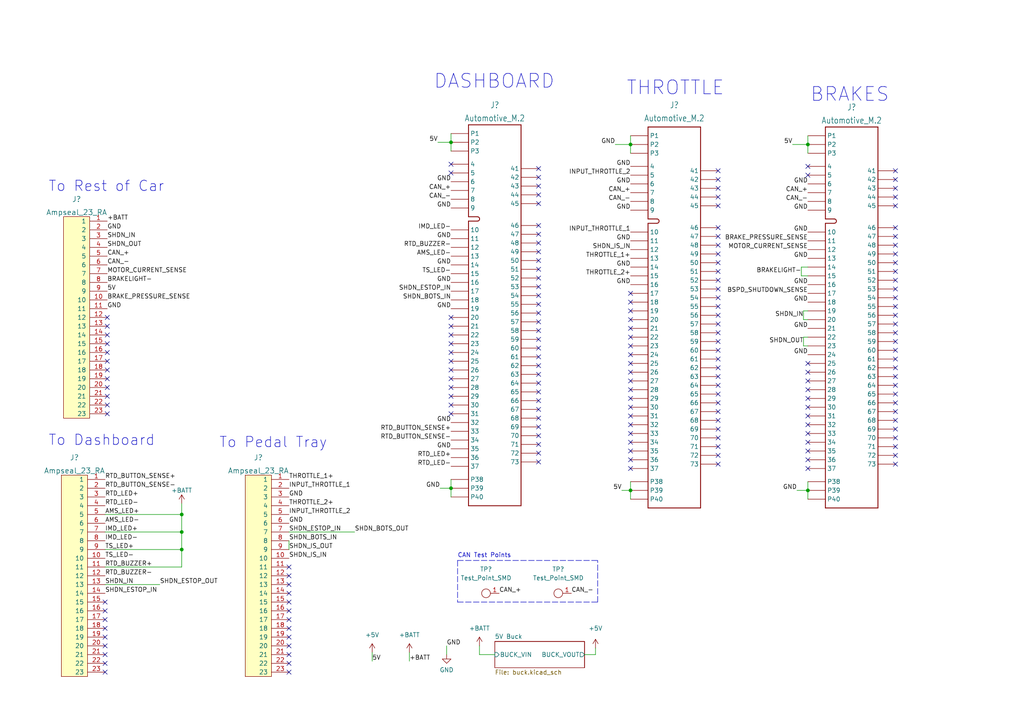
<source format=kicad_sch>
(kicad_sch (version 20211123) (generator eeschema)
  (paper "A4")
  (lib_symbols
    (symbol "formula:Ampseal_23_RA" (pin_names (offset 1.016))
      (property "Reference" "J" (at -6.35 30.48 0))
      (property "Value" "Ampseal_23_RA" (at -7.62 -30.48 0))
      (symbol "Ampseal_23_RA_0_1"
        (rectangle (start 0 29.21) (end -7.62 -29.21) (fill (type background)))
      )
      (symbol "Ampseal_23_RA_1_1"
        (pin passive line (at 5.08 27.94 180) (length 5.08) (name "1") (number "1"))
        (pin passive line (at 5.08 5.08 180) (length 5.08) (name "10") (number "10"))
        (pin passive line (at 5.08 2.54 180) (length 5.08) (name "11") (number "11"))
        (pin passive line (at 5.08 0 180) (length 5.08) (name "12") (number "12"))
        (pin passive line (at 5.08 -2.54 180) (length 5.08) (name "13") (number "13"))
        (pin passive line (at 5.08 -5.08 180) (length 5.08) (name "14") (number "14"))
        (pin passive line (at 5.08 -7.62 180) (length 5.08) (name "15") (number "15"))
        (pin passive line (at 5.08 -10.16 180) (length 5.08) (name "16") (number "16"))
        (pin passive line (at 5.08 -12.7 180) (length 5.08) (name "17") (number "17"))
        (pin passive line (at 5.08 -15.24 180) (length 5.08) (name "18") (number "18"))
        (pin passive line (at 5.08 -17.78 180) (length 5.08) (name "19") (number "19"))
        (pin passive line (at 5.08 25.4 180) (length 5.08) (name "2") (number "2"))
        (pin passive line (at 5.08 -20.32 180) (length 5.08) (name "20") (number "20"))
        (pin passive line (at 5.08 -22.86 180) (length 5.08) (name "21") (number "21"))
        (pin passive line (at 5.08 -25.4 180) (length 5.08) (name "22") (number "22"))
        (pin passive line (at 5.08 -27.94 180) (length 5.08) (name "23") (number "23"))
        (pin passive line (at 5.08 22.86 180) (length 5.08) (name "3") (number "3"))
        (pin passive line (at 5.08 20.32 180) (length 5.08) (name "4") (number "4"))
        (pin passive line (at 5.08 17.78 180) (length 5.08) (name "5") (number "5"))
        (pin passive line (at 5.08 15.24 180) (length 5.08) (name "6") (number "6"))
        (pin passive line (at 5.08 12.7 180) (length 5.08) (name "7") (number "7"))
        (pin passive line (at 5.08 10.16 180) (length 5.08) (name "8") (number "8"))
        (pin passive line (at 5.08 7.62 180) (length 5.08) (name "9") (number "9"))
      )
    )
    (symbol "formula:Automotive_M.2"
      (property "Reference" "J?" (at 1.27 49.53 0))
      (property "Value" "Automotive_M.2" (at 7.62 45.72 0))
      (symbol "Automotive_M.2_0_1"
        (arc (start -5.0436 15.2415) (mid -4.4198 15.8765) (end -5.0436 16.5115) (stroke (width 0.25)))
        (polyline (pts (xy -7.62 15.24) (xy -5.08 15.24)) (stroke (width 0.25)))
        (polyline (pts (xy -7.62 16.51) (xy -5.08 16.51)) (stroke (width 0.25)))
        (polyline (pts (xy -7.62 43.18) (xy -7.62 16.51)) (stroke (width 0.25)))
        (polyline (pts (xy 7.62 -67.31) (xy -7.62 -67.31)) (stroke (width 0.25)))
      )
      (symbol "Automotive_M.2_1_0"
        (polyline (pts (xy -7.62 -67.31) (xy -7.62 15.24)) (stroke (width 0.254)))
        (polyline (pts (xy 7.62 43.18) (xy -7.62 43.18)) (stroke (width 0.254)))
        (polyline (pts (xy 7.62 43.18) (xy 7.62 -67.31)) (stroke (width 0.254)))
        (pin bidirectional line (at -12.7 12.7 0) (length 5.08) (name "10") (number "10"))
        (pin bidirectional line (at -12.7 10.16 0) (length 5.08) (name "11") (number "11"))
        (pin bidirectional line (at -12.7 7.62 0) (length 5.08) (name "12") (number "12"))
        (pin bidirectional line (at -12.7 5.08 0) (length 5.08) (name "13") (number "13"))
        (pin bidirectional line (at -12.7 2.54 0) (length 5.08) (name "14") (number "14"))
        (pin bidirectional line (at -12.7 0 0) (length 5.08) (name "15") (number "15"))
        (pin bidirectional line (at -12.7 -2.54 0) (length 5.08) (name "16") (number "16"))
        (pin bidirectional line (at -12.7 -5.08 0) (length 5.08) (name "17") (number "17"))
        (pin bidirectional line (at -12.7 -7.62 0) (length 5.08) (name "18") (number "18"))
        (pin bidirectional line (at -12.7 -10.16 0) (length 5.08) (name "19") (number "19"))
        (pin bidirectional line (at -12.7 -12.7 0) (length 5.08) (name "20") (number "20"))
        (pin bidirectional line (at -12.7 -15.24 0) (length 5.08) (name "21") (number "21"))
        (pin bidirectional line (at -12.7 -17.78 0) (length 5.08) (name "22") (number "22"))
        (pin bidirectional line (at -12.7 -20.32 0) (length 5.08) (name "23") (number "23"))
        (pin bidirectional line (at -12.7 -22.86 0) (length 5.08) (name "24") (number "24"))
        (pin bidirectional line (at -12.7 -25.4 0) (length 5.08) (name "25") (number "25"))
        (pin bidirectional line (at -12.7 -27.94 0) (length 5.08) (name "26") (number "26"))
        (pin bidirectional line (at -12.7 -30.48 0) (length 5.08) (name "27") (number "27"))
        (pin bidirectional line (at -12.7 -33.02 0) (length 5.08) (name "28") (number "28"))
        (pin bidirectional line (at -12.7 -35.56 0) (length 5.08) (name "29") (number "29"))
        (pin bidirectional line (at -12.7 -38.1 0) (length 5.08) (name "30") (number "30"))
        (pin bidirectional line (at -12.7 -40.64 0) (length 5.08) (name "31") (number "31"))
        (pin bidirectional line (at -12.7 -43.18 0) (length 5.08) (name "32") (number "32"))
        (pin bidirectional line (at -12.7 -45.72 0) (length 5.08) (name "33") (number "33"))
        (pin bidirectional line (at -12.7 -48.26 0) (length 5.08) (name "34") (number "34"))
        (pin bidirectional line (at -12.7 -50.8 0) (length 5.08) (name "35") (number "35"))
        (pin bidirectional line (at -12.7 -53.34 0) (length 5.08) (name "36") (number "36"))
        (pin bidirectional line (at -12.7 -55.88 0) (length 5.08) (name "37") (number "37"))
        (pin bidirectional line (at -12.7 31.75 0) (length 5.08) (name "4") (number "4"))
        (pin bidirectional line (at 12.7 30.48 180) (length 5.08) (name "41") (number "41"))
        (pin bidirectional line (at 12.7 27.94 180) (length 5.08) (name "42") (number "42"))
        (pin bidirectional line (at 12.7 25.4 180) (length 5.08) (name "43") (number "43"))
        (pin bidirectional line (at 12.7 22.86 180) (length 5.08) (name "44") (number "44"))
        (pin bidirectional line (at 12.7 20.32 180) (length 5.08) (name "45") (number "45"))
        (pin bidirectional line (at 12.7 13.97 180) (length 5.08) (name "46") (number "46"))
        (pin bidirectional line (at 12.7 11.43 180) (length 5.08) (name "47") (number "47"))
        (pin bidirectional line (at 12.7 8.89 180) (length 5.08) (name "48") (number "48"))
        (pin bidirectional line (at 12.7 6.35 180) (length 5.08) (name "49") (number "49"))
        (pin bidirectional line (at -12.7 29.21 0) (length 5.08) (name "5") (number "5"))
        (pin bidirectional line (at 12.7 3.81 180) (length 5.08) (name "50") (number "50"))
        (pin bidirectional line (at 12.7 1.27 180) (length 5.08) (name "51") (number "51"))
        (pin bidirectional line (at 12.7 -1.27 180) (length 5.08) (name "52") (number "52"))
        (pin bidirectional line (at 12.7 -3.81 180) (length 5.08) (name "53") (number "53"))
        (pin bidirectional line (at 12.7 -6.35 180) (length 5.08) (name "54") (number "54"))
        (pin bidirectional line (at 12.7 -8.89 180) (length 5.08) (name "55") (number "55"))
        (pin bidirectional line (at 12.7 -11.43 180) (length 5.08) (name "56") (number "56"))
        (pin bidirectional line (at 12.7 -13.97 180) (length 5.08) (name "57") (number "57"))
        (pin bidirectional line (at 12.7 -16.51 180) (length 5.08) (name "58") (number "58"))
        (pin bidirectional line (at 12.7 -19.05 180) (length 5.08) (name "59") (number "59"))
        (pin bidirectional line (at -12.7 26.67 0) (length 5.08) (name "6") (number "6"))
        (pin bidirectional line (at 12.7 -21.59 180) (length 5.08) (name "60") (number "60"))
        (pin bidirectional line (at 12.7 -24.13 180) (length 5.08) (name "61") (number "61"))
        (pin bidirectional line (at 12.7 -26.67 180) (length 5.08) (name "62") (number "62"))
        (pin bidirectional line (at 12.7 -29.21 180) (length 5.08) (name "63") (number "63"))
        (pin bidirectional line (at 12.7 -31.75 180) (length 5.08) (name "64") (number "64"))
        (pin bidirectional line (at 12.7 -34.29 180) (length 5.08) (name "65") (number "65"))
        (pin bidirectional line (at 12.7 -36.83 180) (length 5.08) (name "66") (number "66"))
        (pin bidirectional line (at 12.7 -39.37 180) (length 5.08) (name "67") (number "67"))
        (pin bidirectional line (at 12.7 -41.91 180) (length 5.08) (name "68") (number "68"))
        (pin bidirectional line (at 12.7 -44.45 180) (length 5.08) (name "69") (number "69"))
        (pin bidirectional line (at -12.7 24.13 0) (length 5.08) (name "7") (number "7"))
        (pin bidirectional line (at 12.7 -46.99 180) (length 5.08) (name "70") (number "70"))
        (pin bidirectional line (at 12.7 -49.53 180) (length 5.08) (name "71") (number "71"))
        (pin bidirectional line (at 12.7 -52.07 180) (length 5.08) (name "72") (number "72"))
        (pin bidirectional line (at 12.7 -54.61 180) (length 5.08) (name "73") (number "73"))
        (pin bidirectional line (at -12.7 21.59 0) (length 5.08) (name "8") (number "8"))
        (pin bidirectional line (at -12.7 19.05 0) (length 5.08) (name "9") (number "9"))
        (pin bidirectional line (at -12.7 40.64 0) (length 5.08) (name "P1") (number "P1"))
        (pin bidirectional line (at -12.7 38.1 0) (length 5.08) (name "P2") (number "P2"))
        (pin bidirectional line (at -12.7 35.56 0) (length 5.08) (name "P3") (number "P3"))
        (pin bidirectional line (at -12.7 -59.69 0) (length 5.08) (name "P38") (number "P38"))
        (pin bidirectional line (at -12.7 -62.23 0) (length 5.08) (name "P39") (number "P39"))
        (pin bidirectional line (at -12.7 -64.77 0) (length 5.08) (name "P40") (number "P40"))
      )
    )
    (symbol "formula:Test_Point_SMD" (pin_names (offset 1.016))
      (property "Reference" "TP" (at 0 7.62 0))
      (property "Value" "Test_Point_SMD" (at 1.27 5.08 0))
      (symbol "Test_Point_SMD_1_1"
        (circle (center 0 2.54) (radius 1.27))
        (pin input line (at 0 -1.27 90) (length 2.54) (name "~") (number "1"))
      )
    )
    (symbol "power:+5V" (power) (pin_names (offset 0))
      (property "Value" "+5V" (at 0 3.556 0))
      (symbol "+5V_0_1"
        (polyline (pts (xy -0.762 1.27) (xy 0 2.54)))
        (polyline (pts (xy 0 0) (xy 0 2.54)))
        (polyline (pts (xy 0 2.54) (xy 0.762 1.27)))
      )
      (symbol "+5V_1_1"
        (pin power_in line (at 0 0 90) (length 0) hide (name "+5V") (number "1"))
      )
    )
    (symbol "power:+BATT" (power) (pin_names (offset 0))
      (property "Value" "+BATT" (at 0 3.556 0))
      (symbol "+BATT_0_1"
        (polyline (pts (xy -0.762 1.27) (xy 0 2.54)))
        (polyline (pts (xy 0 0) (xy 0 2.54)))
        (polyline (pts (xy 0 2.54) (xy 0.762 1.27)))
      )
      (symbol "+BATT_1_1"
        (pin power_in line (at 0 0 90) (length 0) hide (name "+BATT") (number "1"))
      )
    )
    (symbol "power:GND" (power) (pin_names (offset 0))
      (property "Value" "GND" (at 0 -3.81 0))
      (symbol "GND_0_1"
        (polyline (pts (xy 0 0) (xy 0 -1.27) (xy 1.27 -1.27) (xy 0 -2.54) (xy -1.27 -1.27) (xy 0 -1.27)))
      )
      (symbol "GND_1_1"
        (pin power_in line (at 0 0 270) (length 0) hide (name "GND") (number "1"))
      )
    )
  )
  (junction (at 52.705 159.385))
  (junction (at 52.705 154.305))
  (junction (at 234.315 142.24))
  (junction (at 52.705 149.225))
  (junction (at 182.88 41.91))
  (junction (at 182.88 142.24))
  (junction (at 130.81 141.605))
  (junction (at 130.81 41.275))
  (junction (at 234.315 41.91))
  (no_connect (at 156.21 75.565))
  (no_connect (at 156.21 111.125))
  (no_connect (at 156.21 65.405))
  (no_connect (at 83.82 184.785))
  (no_connect (at 208.28 73.66))
  (no_connect (at 130.81 97.155))
  (no_connect (at 208.28 81.28))
  (no_connect (at 259.715 88.9))
  (no_connect (at 31.115 104.775))
  (no_connect (at 156.21 126.365))
  (no_connect (at 234.315 128.27))
  (no_connect (at 208.28 86.36))
  (no_connect (at 156.21 123.825))
  (no_connect (at 31.115 99.695))
  (no_connect (at 259.715 109.22))
  (no_connect (at 208.28 101.6))
  (no_connect (at 83.82 187.325))
  (no_connect (at 259.715 129.54))
  (no_connect (at 208.28 71.12))
  (no_connect (at 182.88 123.19))
  (no_connect (at 259.715 86.36))
  (no_connect (at 83.82 182.245))
  (no_connect (at 234.315 115.57))
  (no_connect (at 83.82 172.085))
  (no_connect (at 156.21 53.975))
  (no_connect (at 259.715 71.12))
  (no_connect (at 156.21 133.985))
  (no_connect (at 156.21 108.585))
  (no_connect (at 156.21 90.805))
  (no_connect (at 30.48 179.705))
  (no_connect (at 208.28 106.68))
  (no_connect (at 208.28 59.69))
  (no_connect (at 234.315 120.65))
  (no_connect (at 31.115 94.615))
  (no_connect (at 259.715 114.3))
  (no_connect (at 182.88 125.73))
  (no_connect (at 130.81 102.235))
  (no_connect (at 156.21 83.185))
  (no_connect (at 208.28 93.98))
  (no_connect (at 182.88 105.41))
  (no_connect (at 259.715 96.52))
  (no_connect (at 156.21 106.045))
  (no_connect (at 208.28 76.2))
  (no_connect (at 156.21 85.725))
  (no_connect (at 156.21 121.285))
  (no_connect (at 208.28 57.15))
  (no_connect (at 208.28 52.07))
  (no_connect (at 259.715 111.76))
  (no_connect (at 156.21 131.445))
  (no_connect (at 130.81 92.075))
  (no_connect (at 208.28 54.61))
  (no_connect (at 130.81 50.165))
  (no_connect (at 259.715 83.82))
  (no_connect (at 156.21 48.895))
  (no_connect (at 208.28 96.52))
  (no_connect (at 156.21 98.425))
  (no_connect (at 30.48 189.865))
  (no_connect (at 208.28 119.38))
  (no_connect (at 156.21 118.745))
  (no_connect (at 130.81 112.395))
  (no_connect (at 182.88 120.65))
  (no_connect (at 208.28 66.04))
  (no_connect (at 156.21 67.945))
  (no_connect (at 259.715 78.74))
  (no_connect (at 208.28 49.53))
  (no_connect (at 208.28 127))
  (no_connect (at 83.82 174.625))
  (no_connect (at 156.21 70.485))
  (no_connect (at 30.48 194.945))
  (no_connect (at 130.81 107.315))
  (no_connect (at 208.28 129.54))
  (no_connect (at 208.28 68.58))
  (no_connect (at 156.21 88.265))
  (no_connect (at 182.88 102.87))
  (no_connect (at 182.88 97.79))
  (no_connect (at 182.88 135.89))
  (no_connect (at 208.28 124.46))
  (no_connect (at 259.715 93.98))
  (no_connect (at 83.82 164.465))
  (no_connect (at 259.715 99.06))
  (no_connect (at 83.82 169.545))
  (no_connect (at 208.28 88.9))
  (no_connect (at 259.715 91.44))
  (no_connect (at 83.82 167.005))
  (no_connect (at 182.88 110.49))
  (no_connect (at 156.21 93.345))
  (no_connect (at 182.88 133.35))
  (no_connect (at 234.315 130.81))
  (no_connect (at 234.315 50.8))
  (no_connect (at 208.28 116.84))
  (no_connect (at 83.82 189.865))
  (no_connect (at 156.21 80.645))
  (no_connect (at 208.28 132.08))
  (no_connect (at 182.88 92.71))
  (no_connect (at 182.88 95.25))
  (no_connect (at 208.28 111.76))
  (no_connect (at 182.88 85.09))
  (no_connect (at 208.28 91.44))
  (no_connect (at 234.315 123.19))
  (no_connect (at 130.81 47.625))
  (no_connect (at 182.88 130.81))
  (no_connect (at 83.82 194.945))
  (no_connect (at 31.115 109.855))
  (no_connect (at 234.315 135.89))
  (no_connect (at 234.315 107.95))
  (no_connect (at 259.715 76.2))
  (no_connect (at 234.315 48.26))
  (no_connect (at 31.115 120.015))
  (no_connect (at 259.715 121.92))
  (no_connect (at 30.48 182.245))
  (no_connect (at 31.115 117.475))
  (no_connect (at 130.81 114.935))
  (no_connect (at 259.715 81.28))
  (no_connect (at 182.88 100.33))
  (no_connect (at 259.715 68.58))
  (no_connect (at 259.715 116.84))
  (no_connect (at 130.81 120.015))
  (no_connect (at 182.88 115.57))
  (no_connect (at 156.21 113.665))
  (no_connect (at 156.21 95.885))
  (no_connect (at 208.28 134.62))
  (no_connect (at 182.88 113.03))
  (no_connect (at 259.715 134.62))
  (no_connect (at 208.28 104.14))
  (no_connect (at 259.715 57.15))
  (no_connect (at 259.715 127))
  (no_connect (at 31.115 114.935))
  (no_connect (at 156.21 116.205))
  (no_connect (at 156.21 103.505))
  (no_connect (at 259.715 119.38))
  (no_connect (at 30.48 184.785))
  (no_connect (at 259.715 132.08))
  (no_connect (at 31.115 102.235))
  (no_connect (at 208.28 78.74))
  (no_connect (at 259.715 106.68))
  (no_connect (at 182.88 90.17))
  (no_connect (at 234.315 110.49))
  (no_connect (at 182.88 128.27))
  (no_connect (at 156.21 59.055))
  (no_connect (at 130.81 109.855))
  (no_connect (at 259.715 49.53))
  (no_connect (at 208.28 109.22))
  (no_connect (at 156.21 78.105))
  (no_connect (at 30.48 174.625))
  (no_connect (at 130.81 99.695))
  (no_connect (at 259.715 101.6))
  (no_connect (at 259.715 54.61))
  (no_connect (at 259.715 73.66))
  (no_connect (at 208.28 99.06))
  (no_connect (at 31.115 107.315))
  (no_connect (at 156.21 100.965))
  (no_connect (at 156.21 56.515))
  (no_connect (at 259.715 124.46))
  (no_connect (at 234.315 133.35))
  (no_connect (at 259.715 104.14))
  (no_connect (at 31.115 97.155))
  (no_connect (at 234.315 125.73))
  (no_connect (at 208.28 83.82))
  (no_connect (at 182.88 118.11))
  (no_connect (at 31.115 92.075))
  (no_connect (at 182.88 107.95))
  (no_connect (at 130.81 104.775))
  (no_connect (at 208.28 121.92))
  (no_connect (at 208.28 114.3))
  (no_connect (at 234.315 113.03))
  (no_connect (at 259.715 52.07))
  (no_connect (at 30.48 192.405))
  (no_connect (at 83.82 179.705))
  (no_connect (at 130.81 117.475))
  (no_connect (at 83.82 192.405))
  (no_connect (at 156.21 128.905))
  (no_connect (at 31.115 112.395))
  (no_connect (at 83.82 177.165))
  (no_connect (at 156.21 73.025))
  (no_connect (at 156.21 51.435))
  (no_connect (at 234.315 105.41))
  (no_connect (at 130.81 94.615))
  (no_connect (at 182.88 87.63))
  (no_connect (at 30.48 177.165))
  (no_connect (at 30.48 187.325))
  (no_connect (at 259.715 59.69))
  (no_connect (at 259.715 66.04))
  (no_connect (at 234.315 118.11))
  (wire (pts (xy 130.81 38.735) (xy 130.81 41.275)))
  (wire (pts (xy 232.41 80.01) (xy 234.315 80.01)))
  (wire (pts (xy 107.95 189.23) (xy 107.95 191.77)))
  (wire (pts (xy 233.045 97.79) (xy 233.045 100.33)))
  (wire (pts (xy 233.045 97.79) (xy 234.315 97.79)))
  (polyline (pts (xy 173.355 174.625) (xy 173.355 162.56)))
  (wire (pts (xy 180.34 142.24) (xy 182.88 142.24)))
  (wire (pts (xy 182.88 39.37) (xy 182.88 41.91)))
  (wire (pts (xy 52.705 154.305) (xy 52.705 159.385)))
  (wire (pts (xy 231.14 142.24) (xy 234.315 142.24)))
  (wire (pts (xy 139.065 189.865) (xy 143.51 189.865)))
  (wire (pts (xy 182.88 41.91) (xy 182.88 44.45)))
  (wire (pts (xy 130.81 139.065) (xy 130.81 141.605)))
  (wire (pts (xy 233.045 92.71) (xy 234.315 92.71)))
  (wire (pts (xy 234.315 142.24) (xy 234.315 144.78)))
  (wire (pts (xy 182.88 139.7) (xy 182.88 142.24)))
  (wire (pts (xy 229.87 41.91) (xy 234.315 41.91)))
  (wire (pts (xy 52.705 149.225) (xy 52.705 154.305)))
  (wire (pts (xy 30.48 154.305) (xy 52.705 154.305)))
  (wire (pts (xy 130.81 141.605) (xy 130.81 144.145)))
  (polyline (pts (xy 132.715 174.625) (xy 173.355 174.625)))
  (wire (pts (xy 172.72 189.865) (xy 172.72 187.96)))
  (wire (pts (xy 139.065 187.325) (xy 139.065 189.865)))
  (wire (pts (xy 169.545 189.865) (xy 172.72 189.865)))
  (wire (pts (xy 127.635 141.605) (xy 130.81 141.605)))
  (wire (pts (xy 30.48 159.385) (xy 52.705 159.385)))
  (wire (pts (xy 46.355 169.545) (xy 30.48 169.545)))
  (wire (pts (xy 52.705 164.465) (xy 52.705 159.385)))
  (wire (pts (xy 130.81 41.275) (xy 130.81 43.815)))
  (wire (pts (xy 233.045 90.17) (xy 234.315 90.17)))
  (polyline (pts (xy 132.715 162.56) (xy 132.715 174.625)))
  (wire (pts (xy 30.48 149.225) (xy 52.705 149.225)))
  (wire (pts (xy 127 41.275) (xy 130.81 41.275)))
  (wire (pts (xy 83.82 156.845) (xy 83.82 159.385)))
  (wire (pts (xy 118.745 189.23) (xy 118.745 191.77)))
  (wire (pts (xy 182.88 142.24) (xy 182.88 144.78)))
  (wire (pts (xy 234.315 41.91) (xy 234.315 44.45)))
  (wire (pts (xy 102.87 154.305) (xy 83.82 154.305)))
  (polyline (pts (xy 132.715 162.56) (xy 173.355 162.56)))
  (wire (pts (xy 234.315 77.47) (xy 232.41 77.47)))
  (wire (pts (xy 232.41 77.47) (xy 232.41 80.01)))
  (wire (pts (xy 233.045 90.17) (xy 233.045 92.71)))
  (wire (pts (xy 234.315 39.37) (xy 234.315 41.91)))
  (wire (pts (xy 234.315 139.7) (xy 234.315 142.24)))
  (wire (pts (xy 52.705 146.05) (xy 52.705 149.225)))
  (wire (pts (xy 233.045 100.33) (xy 234.315 100.33)))
  (wire (pts (xy 129.54 187.325) (xy 129.54 189.865)))
  (wire (pts (xy 30.48 164.465) (xy 52.705 164.465)))
  (wire (pts (xy 178.435 41.91) (xy 182.88 41.91)))
  (text "To Rest of Car" (at 13.97 55.88 0) (effects (font (size 3 3)) (justify left bottom)))
  (text "CAN Test Points" (at 132.715 161.925 0) (effects (font (size 1.27 1.27)) (justify left bottom)))
  (text "DASHBOARD" (at 125.73 26.035 0) (effects (font (size 4 4)) (justify left bottom)))
  (text "BRAKES\n" (at 234.95 29.845 0) (effects (font (size 4 4)) (justify left bottom)))
  (text "THROTTLE\n" (at 181.61 27.94 0) (effects (font (size 4 4)) (justify left bottom)))
  (text "To Dashboard" (at 13.97 129.54 0) (effects (font (size 3 3)) (justify left bottom)))
  (text "To Pedal Tray" (at 63.5 130.175 0) (effects (font (size 3 3)) (justify left bottom)))
  (label "GND" (at 130.81 130.175 180))
  (label "GND" (at 130.81 76.835 180))
  (label "SHDN_IN" (at 233.045 92.075 180))
  (label "GND" (at 130.81 89.535 180))
  (label "TS_LED+" (at 30.48 159.385 0))
  (label "CAN_-" (at 182.88 58.42 180))
  (label "RTD_LED+" (at 130.81 132.715 180))
  (label "RTD_LED-" (at 30.48 146.685 0))
  (label "MOTOR_CURRENT_SENSE" (at 234.315 72.39 180))
  (label "INPUT_THROTTLE_1" (at 182.88 67.31 180))
  (label "SHDN_IS_IN" (at 83.82 161.925 0))
  (label "SHDN_ESTOP_IN" (at 83.82 154.305 0))
  (label "5V" (at 180.34 142.24 180))
  (label "AMS_LED+" (at 30.48 149.225 0))
  (label "RTD_BUZZER-" (at 130.81 71.755 180))
  (label "GND" (at 83.82 151.765 0))
  (label "CAN_-" (at 234.315 58.42 180))
  (label "BRAKELIGHT-" (at 31.115 81.915 0))
  (label "SHDN_ESTOP_IN" (at 130.81 84.455 180))
  (label "GND" (at 182.88 82.55 180))
  (label "BSPD_SHUTDOWN_SENSE" (at 234.315 85.09 180))
  (label "GND" (at 234.315 102.87 180))
  (label "RTD_BUTTON_SENSE+" (at 130.81 125.095 180))
  (label "IMD_LED-" (at 130.81 66.675 180))
  (label "SHDN_IN" (at 30.48 169.545 0))
  (label "GND" (at 127.635 141.605 180))
  (label "AMS_LED-" (at 130.81 74.295 180))
  (label "GND" (at 234.315 74.93 180))
  (label "SHDN_OUT" (at 31.115 71.755 0))
  (label "GND" (at 234.315 53.34 180))
  (label "GND" (at 234.315 67.31 180))
  (label "GND" (at 130.81 81.915 180))
  (label "GND" (at 31.115 89.535 0))
  (label "GND" (at 83.82 144.145 0))
  (label "SHDN_BOTS_OUT" (at 102.87 154.305 0))
  (label "5V" (at 107.95 191.77 0))
  (label "THROTTLE_2+" (at 182.88 80.01 180))
  (label "GND" (at 182.88 60.96 180))
  (label "GND" (at 130.81 122.555 180))
  (label "RTD_BUTTON_SENSE+" (at 30.48 139.065 0))
  (label "BRAKELIGHT-" (at 232.41 79.375 180))
  (label "RTD_BUTTON_SENSE-" (at 130.81 127.635 180))
  (label "GND" (at 182.88 48.26 180))
  (label "GND" (at 234.315 95.25 180))
  (label "GND" (at 182.88 53.34 180))
  (label "RTD_LED+" (at 30.48 144.145 0))
  (label "GND" (at 130.81 52.705 180))
  (label "RTD_LED-" (at 130.81 135.255 180))
  (label "5V" (at 127 41.275 180))
  (label "THROTTLE_2+" (at 83.82 146.685 0))
  (label "CAN_+" (at 31.115 74.295 0))
  (label "AMS_LED-" (at 30.48 151.765 0))
  (label "SHDN_ESTOP_OUT" (at 46.355 169.545 0))
  (label "+BATT" (at 31.115 64.135 0))
  (label "MOTOR_CURRENT_SENSE" (at 31.115 79.375 0))
  (label "GND" (at 182.88 77.47 180))
  (label "TS_LED-" (at 30.48 161.925 0))
  (label "TS_LED-" (at 130.81 79.375 180))
  (label "RTD_BUZZER-" (at 30.48 167.005 0))
  (label "SHDN_OUT" (at 233.045 99.695 180))
  (label "CAN_-" (at 165.735 172.085 0))
  (label "GND" (at 130.81 60.325 180))
  (label "CAN_+" (at 130.81 55.245 180))
  (label "IMD_LED-" (at 30.48 156.845 0))
  (label "SHDN_ESTOP_IN" (at 30.48 172.085 0))
  (label "5V" (at 229.87 41.91 180))
  (label "GND" (at 231.14 142.24 180))
  (label "SHDN_IS_OUT" (at 83.82 159.385 0))
  (label "SHDN_IS_IN" (at 182.88 72.39 180))
  (label "THROTTLE_1+" (at 182.88 74.93 180))
  (label "GND" (at 182.88 69.85 180))
  (label "GND" (at 234.315 60.96 180))
  (label "RTD_BUZZER+" (at 30.48 164.465 0))
  (label "5V" (at 31.115 84.455 0))
  (label "SHDN_BOTS_IN" (at 130.81 86.995 180))
  (label "GND" (at 234.315 87.63 180))
  (label "CAN_-" (at 130.81 57.785 180))
  (label "INPUT_THROTTLE_2" (at 83.82 149.225 0))
  (label "CAN_+" (at 234.315 55.88 180))
  (label "CAN_-" (at 31.115 76.835 0))
  (label "GND" (at 31.115 66.675 0))
  (label "SHDN_IN" (at 31.115 69.215 0))
  (label "BRAKE_PRESSURE_SENSE" (at 234.315 69.85 180))
  (label "GND" (at 129.54 187.325 0))
  (label "CAN_+" (at 182.88 55.88 180))
  (label "GND" (at 234.315 82.55 180))
  (label "GND" (at 130.81 69.215 180))
  (label "THROTTLE_1+" (at 83.82 139.065 0))
  (label "IMD_LED+" (at 30.48 154.305 0))
  (label "CAN_+" (at 144.78 172.085 0))
  (label "RTD_BUTTON_SENSE-" (at 30.48 141.605 0))
  (label "INPUT_THROTTLE_2" (at 182.88 50.8 180))
  (label "BRAKE_PRESSURE_SENSE" (at 31.115 86.995 0))
  (label "SHDN_BOTS_IN" (at 83.82 156.845 0))
  (label "INPUT_THROTTLE_1" (at 83.82 141.605 0))
  (label "+BATT" (at 118.745 191.77 0))
  (label "GND" (at 178.435 41.91 180))
  (symbol (lib_id "formula:Test_Point_SMD") (at 164.465 172.085 90) (unit 1)
    (property "Reference" "TP?" (at 161.925 165.1 90))
    (property "Value" "Test_Point_SMD" (at 161.925 167.64 90))
    (property "Footprint" "footprints:Test_Point_SMD" (effects hide))
  )
  (symbol (lib_id "power:+BATT") (at 118.745 189.23 0) (unit 1)
    (property "Reference" "#PWR?" (effects hide))
    (property "Value" "+BATT" (at 118.745 184.15 0))
  )
  (symbol (lib_id "formula:Ampseal_23_RA") (at 78.74 167.005 0) (unit 1)
    (property "Reference" "J?" (at 74.93 132.715 0) (effects (font (size 1.524 1.524))))
    (property "Value" "Ampseal_23_RA" (at 74.93 136.525 0) (effects (font (size 1.524 1.524))))
    (property "Datasheet" "http://www.te.com/commerce/DocumentDelivery/DDEController?Action=showdoc&DocId=Customer+Drawing%7F776087%7FE11%7Fpdf%7FEnglish%7FENG_CD_776087_E11.pdf%7F776087-1" (effects hide))
    (property "MFN" "TE" (effects hide))
    (property "MPN" "776087-1" (effects hide))
    (property "PurchasingLink" "http://www.te.com/usa-en/product-776087-1.html" (effects hide))
  )
  (symbol (lib_id "power:+BATT") (at 52.705 146.05 0) (unit 1)
    (property "Reference" "#PWR?" (effects hide))
    (property "Value" "+BATT" (at 52.705 142.24 0))
  )
  (symbol (lib_id "power:+BATT") (at 139.065 187.325 0) (unit 1)
    (property "Reference" "#PWR?" (effects hide))
    (property "Value" "+BATT" (at 139.065 182.245 0))
  )
  (symbol (lib_id "formula:Automotive_M.2") (at 247.015 80.01 0) (unit 1)
    (property "Reference" "J?" (at 247.015 31.115 0) (effects (font (size 1.778 1.5113))))
    (property "Value" "Automotive_M.2" (at 247.015 34.925 0) (effects (font (size 1.778 1.5113))))
    (property "Footprint" "footprints:Automotive_M.2" (effects hide))
  )
  (symbol (lib_id "power:+5V") (at 172.72 187.96 0) (unit 1)
    (property "Reference" "#PWR?" (effects hide))
    (property "Value" "+5V" (at 172.72 182.245 0))
  )
  (symbol (lib_id "power:+5V") (at 107.95 189.23 0) (unit 1)
    (property "Reference" "#PWR?" (effects hide))
    (property "Value" "+5V" (at 107.95 184.15 0))
  )
  (symbol (lib_id "formula:Ampseal_23_RA") (at 25.4 167.005 0) (unit 1)
    (property "Reference" "J?" (at 21.59 132.715 0) (effects (font (size 1.524 1.524))))
    (property "Value" "Ampseal_23_RA" (at 21.59 136.525 0) (effects (font (size 1.524 1.524))))
    (property "Datasheet" "http://www.te.com/commerce/DocumentDelivery/DDEController?Action=showdoc&DocId=Customer+Drawing%7F776087%7FE11%7Fpdf%7FEnglish%7FENG_CD_776087_E11.pdf%7F776087-1" (effects hide))
    (property "MFN" "TE" (effects hide))
    (property "MPN" "776087-1" (effects hide))
    (property "PurchasingLink" "http://www.te.com/usa-en/product-776087-1.html" (effects hide))
  )
  (symbol (lib_id "power:GND") (at 129.54 189.865 0) (unit 1)
    (property "Reference" "#PWR?" (effects hide))
    (property "Value" "GND" (at 129.54 194.31 0))
  )
  (symbol (lib_id "formula:Test_Point_SMD") (at 143.51 172.085 90) (unit 1)
    (property "Reference" "TP?" (at 140.97 165.1 90))
    (property "Value" "Test_Point_SMD" (at 140.97 167.64 90))
    (property "Footprint" "footprints:Test_Point_SMD" (effects hide))
  )
  (symbol (lib_id "formula:Automotive_M.2") (at 143.51 79.375 0) (unit 1)
    (property "Reference" "J?" (at 143.51 30.48 0) (effects (font (size 1.778 1.5113))))
    (property "Value" "Automotive_M.2" (at 143.51 34.29 0) (effects (font (size 1.778 1.5113))))
    (property "Footprint" "footprints:Automotive_M.2" (effects hide))
  )
  (symbol (lib_id "formula:Ampseal_23_RA") (at 26.035 92.075 0) (unit 1)
    (property "Reference" "J?" (at 22.225 57.785 0) (effects (font (size 1.524 1.524))))
    (property "Value" "Ampseal_23_RA" (at 22.225 61.595 0) (effects (font (size 1.524 1.524))))
    (property "Datasheet" "http://www.te.com/commerce/DocumentDelivery/DDEController?Action=showdoc&DocId=Customer+Drawing%7F776087%7FE11%7Fpdf%7FEnglish%7FENG_CD_776087_E11.pdf%7F776087-1" (effects hide))
    (property "MFN" "TE" (effects hide))
    (property "MPN" "776087-1" (effects hide))
    (property "PurchasingLink" "http://www.te.com/usa-en/product-776087-1.html" (effects hide))
  )
  (symbol (lib_id "formula:Automotive_M.2") (at 195.58 80.01 0) (unit 1)
    (property "Reference" "J?" (at 195.58 30.48 0) (effects (font (size 1.778 1.5113))))
    (property "Value" "Automotive_M.2" (at 195.58 34.29 0) (effects (font (size 1.778 1.5113))))
    (property "Footprint" "footprints:Automotive_M.2" (effects hide))
  )
  (sheet (at 143.51 186.055) (size 26.035 7.62) (stroke (width 0.1524))
    (property "Sheet name" "5V Buck" (at 143.51 185.3434 0) (effects (justify left bottom)))
    (property "Sheet file" "buck.kicad_sch" (at 143.51 194.2596 0) (effects (justify left top)))
    (pin "BUCK_VIN" input (at 143.51 189.865 180))
    (pin "BUCK_VOUT" output (at 169.545 189.865 0))
  )
)
</source>
